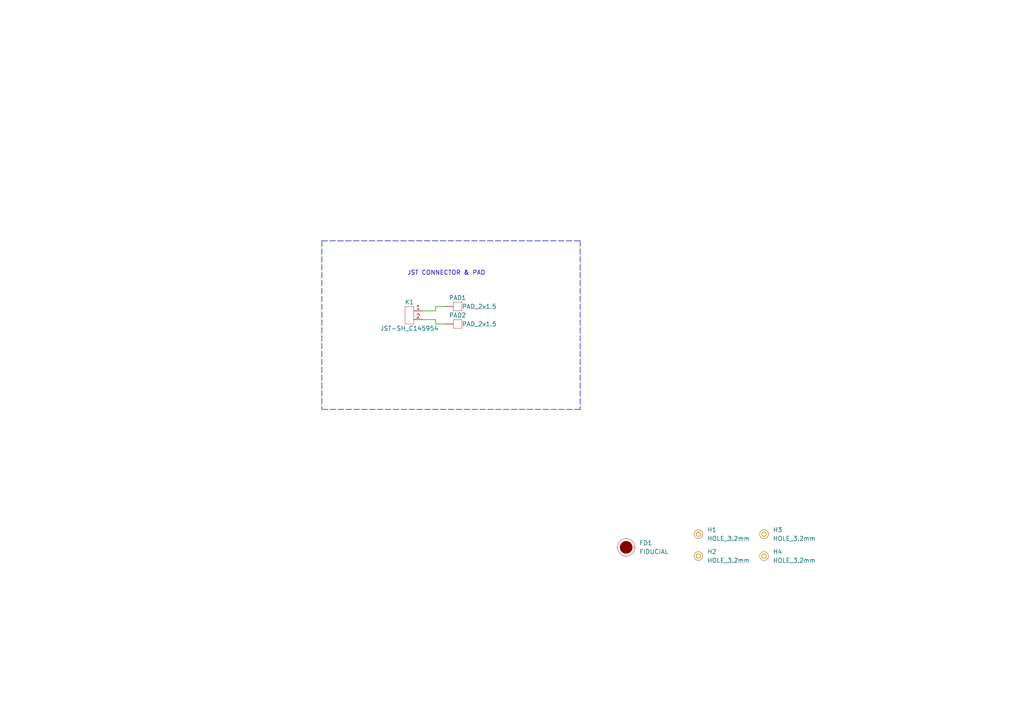
<source format=kicad_sch>
(kicad_sch (version 20210621) (generator eeschema)

  (uuid d150084e-d21a-45c8-be5c-2fe1a8e83068)

  (paper "A4")

  (title_block
    (title "Rain sensor")
    (date "2021-07-05")
    (rev "V1.1.1.")
    (company "SOLDERED")
    (comment 1 "333074")
  )

  (lib_symbols
    (symbol "e-radionica.com schematics:FIDUCIAL" (in_bom yes) (on_board yes)
      (property "Reference" "FD" (id 0) (at 0 3.81 0)
        (effects (font (size 1.27 1.27)))
      )
      (property "Value" "FIDUCIAL" (id 1) (at 0 -3.81 0)
        (effects (font (size 1.27 1.27)))
      )
      (property "Footprint" "e-radionica.com footprinti:FIDUCIAL_23" (id 2) (at 0.254 -5.334 0)
        (effects (font (size 1.27 1.27)) hide)
      )
      (property "Datasheet" "" (id 3) (at 0 0 0)
        (effects (font (size 1.27 1.27)) hide)
      )
      (symbol "FIDUCIAL_0_1"
        (circle (center 0 0) (radius 2.54) (stroke (width 0.0006)) (fill (type none)))
        (circle (center 0 0) (radius 1.7961) (stroke (width 0.001)) (fill (type outline)))
        (polyline
          (pts
            (xy -2.54 0)
            (xy -2.794 0)
          )
          (stroke (width 0.0006)) (fill (type none))
        )
        (polyline
          (pts
            (xy 0 -2.54)
            (xy 0 -2.794)
          )
          (stroke (width 0.0006)) (fill (type none))
        )
        (polyline
          (pts
            (xy 0 2.54)
            (xy 0 2.794)
          )
          (stroke (width 0.0006)) (fill (type none))
        )
        (polyline
          (pts
            (xy 2.54 0)
            (xy 2.794 0)
          )
          (stroke (width 0.0006)) (fill (type none))
        )
      )
    )
    (symbol "e-radionica.com schematics:HOLE_3.2mm" (pin_numbers hide) (pin_names hide) (in_bom yes) (on_board yes)
      (property "Reference" "H" (id 0) (at 0 2.54 0)
        (effects (font (size 1.27 1.27)))
      )
      (property "Value" "HOLE_3.2mm" (id 1) (at 0 -2.54 0)
        (effects (font (size 1.27 1.27)))
      )
      (property "Footprint" "e-radionica.com footprinti:HOLE_3.2mm" (id 2) (at 0 0 0)
        (effects (font (size 1.27 1.27)) hide)
      )
      (property "Datasheet" "" (id 3) (at 0 0 0)
        (effects (font (size 1.27 1.27)) hide)
      )
      (symbol "HOLE_3.2mm_0_1"
        (circle (center 0 0) (radius 0.635) (stroke (width 0.0006)) (fill (type none)))
        (circle (center 0 0) (radius 1.27) (stroke (width 0.001)) (fill (type background)))
      )
    )
    (symbol "e-radionica.com schematics:JST-SH_2pin_1mm_C145954" (in_bom yes) (on_board yes)
      (property "Reference" "K" (id 0) (at 0 5.715 0)
        (effects (font (size 1.27 1.27)))
      )
      (property "Value" "JST-SH_2pin_1mm_C145954" (id 1) (at 0 -3.81 0)
        (effects (font (size 1.27 1.27)))
      )
      (property "Footprint" "e-radionica.com footprinti:JST-SH_2pin_1mm_C145954" (id 2) (at 0 0 0)
        (effects (font (size 1.27 1.27)) hide)
      )
      (property "Datasheet" "" (id 3) (at 0 0 0)
        (effects (font (size 1.27 1.27)) hide)
      )
      (symbol "JST-SH_2pin_1mm_C145954_0_1"
        (rectangle (start 1.27 -2.54) (end -1.27 2.54)
          (stroke (width 0.0006)) (fill (type none))
        )
      )
      (symbol "JST-SH_2pin_1mm_C145954_1_1"
        (pin passive line (at 3.81 1.27 180) (length 2.54)
          (name "" (effects (font (size 1.27 1.27))))
          (number "1" (effects (font (size 1.27 1.27))))
        )
        (pin passive line (at 3.81 -1.27 180) (length 2.54)
          (name "" (effects (font (size 1.27 1.27))))
          (number "2" (effects (font (size 1.27 1.27))))
        )
      )
    )
    (symbol "e-radionica.com schematics:PAD_2x1.5" (pin_numbers hide) (pin_names hide) (in_bom yes) (on_board yes)
      (property "Reference" "PAD" (id 0) (at 0 2.54 0)
        (effects (font (size 1.27 1.27)))
      )
      (property "Value" "PAD_2x1.5" (id 1) (at 0 -2.54 0)
        (effects (font (size 1.27 1.27)))
      )
      (property "Footprint" "e-radionica.com footprinti:PAD_2x1.5" (id 2) (at -1.27 -3.81 0)
        (effects (font (size 1.27 1.27)) hide)
      )
      (property "Datasheet" "" (id 3) (at -1.27 0 0)
        (effects (font (size 1.27 1.27)) hide)
      )
      (symbol "PAD_2x1.5_0_1"
        (rectangle (start -1.27 1.27) (end 1.27 -1.27)
          (stroke (width 0.0006)) (fill (type none))
        )
      )
      (symbol "PAD_2x1.5_1_1"
        (pin passive line (at -3.81 0 0) (length 2.54)
          (name "~" (effects (font (size 1.27 1.27))))
          (number "1" (effects (font (size 1.27 1.27))))
        )
      )
    )
  )


  (wire (pts (xy 122.555 90.17) (xy 126.365 90.17))
    (stroke (width 0) (type solid) (color 0 0 0 0))
    (uuid 03bde74d-468d-441e-81e6-b8e6eaf6c573)
  )
  (wire (pts (xy 126.365 88.9) (xy 128.905 88.9))
    (stroke (width 0) (type solid) (color 0 0 0 0))
    (uuid 03bde74d-468d-441e-81e6-b8e6eaf6c573)
  )
  (wire (pts (xy 126.365 90.17) (xy 126.365 88.9))
    (stroke (width 0) (type solid) (color 0 0 0 0))
    (uuid 03bde74d-468d-441e-81e6-b8e6eaf6c573)
  )
  (wire (pts (xy 126.365 92.71) (xy 122.555 92.71))
    (stroke (width 0) (type solid) (color 0 0 0 0))
    (uuid f7756db5-e310-4a28-930d-88f6a2eaf5d3)
  )
  (wire (pts (xy 126.365 93.98) (xy 126.365 92.71))
    (stroke (width 0) (type solid) (color 0 0 0 0))
    (uuid f7756db5-e310-4a28-930d-88f6a2eaf5d3)
  )
  (wire (pts (xy 128.905 93.98) (xy 126.365 93.98))
    (stroke (width 0) (type solid) (color 0 0 0 0))
    (uuid f7756db5-e310-4a28-930d-88f6a2eaf5d3)
  )
  (polyline (pts (xy 93.345 69.85) (xy 93.345 118.745))
    (stroke (width 0) (type dash) (color 0 0 0 0))
    (uuid d09b3c96-082d-4bdf-875d-f86b1fb60bbc)
  )
  (polyline (pts (xy 93.345 69.85) (xy 168.275 69.85))
    (stroke (width 0) (type dash) (color 0 0 0 0))
    (uuid d09b3c96-082d-4bdf-875d-f86b1fb60bbc)
  )
  (polyline (pts (xy 168.275 69.85) (xy 168.275 118.745))
    (stroke (width 0) (type dash) (color 0 0 0 0))
    (uuid d09b3c96-082d-4bdf-875d-f86b1fb60bbc)
  )
  (polyline (pts (xy 168.275 118.745) (xy 93.345 118.745))
    (stroke (width 0) (type dash) (color 0 0 0 0))
    (uuid d09b3c96-082d-4bdf-875d-f86b1fb60bbc)
  )

  (text "JST CONNECTOR & PAD " (at 118.11 80.01 0)
    (effects (font (size 1.27 1.27)) (justify left bottom))
    (uuid 7e1cf027-3ef7-4950-83eb-893a8bc2222a)
  )

  (symbol (lib_id "e-radionica.com schematics:HOLE_3.2mm") (at 202.565 154.94 0) (unit 1)
    (in_bom yes) (on_board yes)
    (uuid 8fbb88e4-117e-4686-b5fb-328b28d4030a)
    (property "Reference" "H1" (id 0) (at 205.105 153.67 0)
      (effects (font (size 1.27 1.27)) (justify left))
    )
    (property "Value" "HOLE_3.2mm" (id 1) (at 205.105 156.21 0)
      (effects (font (size 1.27 1.27)) (justify left))
    )
    (property "Footprint" "e-radionica.com footprinti:HOLE_3.2mm" (id 2) (at 202.565 154.94 0)
      (effects (font (size 1.27 1.27)) hide)
    )
    (property "Datasheet" "" (id 3) (at 202.565 154.94 0)
      (effects (font (size 1.27 1.27)) hide)
    )
  )

  (symbol (lib_id "e-radionica.com schematics:HOLE_3.2mm") (at 202.565 161.29 0) (unit 1)
    (in_bom yes) (on_board yes)
    (uuid 263c2c51-4097-4dfb-a87f-c960677f4abf)
    (property "Reference" "H2" (id 0) (at 205.105 160.02 0)
      (effects (font (size 1.27 1.27)) (justify left))
    )
    (property "Value" "HOLE_3.2mm" (id 1) (at 205.105 162.56 0)
      (effects (font (size 1.27 1.27)) (justify left))
    )
    (property "Footprint" "e-radionica.com footprinti:HOLE_3.2mm" (id 2) (at 202.565 161.29 0)
      (effects (font (size 1.27 1.27)) hide)
    )
    (property "Datasheet" "" (id 3) (at 202.565 161.29 0)
      (effects (font (size 1.27 1.27)) hide)
    )
  )

  (symbol (lib_id "e-radionica.com schematics:HOLE_3.2mm") (at 221.615 154.94 0) (unit 1)
    (in_bom yes) (on_board yes)
    (uuid 93478715-6c12-45ea-af8d-6da5dd26d730)
    (property "Reference" "H3" (id 0) (at 224.155 153.67 0)
      (effects (font (size 1.27 1.27)) (justify left))
    )
    (property "Value" "HOLE_3.2mm" (id 1) (at 224.155 156.21 0)
      (effects (font (size 1.27 1.27)) (justify left))
    )
    (property "Footprint" "e-radionica.com footprinti:HOLE_3.2mm" (id 2) (at 221.615 154.94 0)
      (effects (font (size 1.27 1.27)) hide)
    )
    (property "Datasheet" "" (id 3) (at 221.615 154.94 0)
      (effects (font (size 1.27 1.27)) hide)
    )
  )

  (symbol (lib_id "e-radionica.com schematics:HOLE_3.2mm") (at 221.615 161.29 0) (unit 1)
    (in_bom yes) (on_board yes)
    (uuid e7434f9c-e3dc-4802-94a1-71330198c3cf)
    (property "Reference" "H4" (id 0) (at 224.155 160.02 0)
      (effects (font (size 1.27 1.27)) (justify left))
    )
    (property "Value" "HOLE_3.2mm" (id 1) (at 224.155 162.56 0)
      (effects (font (size 1.27 1.27)) (justify left))
    )
    (property "Footprint" "e-radionica.com footprinti:HOLE_3.2mm" (id 2) (at 221.615 161.29 0)
      (effects (font (size 1.27 1.27)) hide)
    )
    (property "Datasheet" "" (id 3) (at 221.615 161.29 0)
      (effects (font (size 1.27 1.27)) hide)
    )
  )

  (symbol (lib_id "e-radionica.com schematics:PAD_2x1.5") (at 132.715 88.9 0) (unit 1)
    (in_bom yes) (on_board yes)
    (uuid 54e69382-f687-44cf-9bb7-0950caa1a12b)
    (property "Reference" "PAD1" (id 0) (at 130.175 86.36 0)
      (effects (font (size 1.27 1.27)) (justify left))
    )
    (property "Value" "PAD_2x1.5" (id 1) (at 133.985 88.9 0)
      (effects (font (size 1.27 1.27)) (justify left))
    )
    (property "Footprint" "e-radionica.com footprinti:PAD_2x1.5" (id 2) (at 131.445 92.71 0)
      (effects (font (size 1.27 1.27)) hide)
    )
    (property "Datasheet" "" (id 3) (at 131.445 88.9 0)
      (effects (font (size 1.27 1.27)) hide)
    )
    (pin "1" (uuid 41357185-a5b9-43e3-8c81-ff402e452393))
  )

  (symbol (lib_id "e-radionica.com schematics:PAD_2x1.5") (at 132.715 93.98 0) (unit 1)
    (in_bom yes) (on_board yes)
    (uuid 894ed5c6-cb7d-448f-8cf4-3cfae8b6106a)
    (property "Reference" "PAD2" (id 0) (at 130.175 91.44 0)
      (effects (font (size 1.27 1.27)) (justify left))
    )
    (property "Value" "PAD_2x1.5" (id 1) (at 133.985 93.98 0)
      (effects (font (size 1.27 1.27)) (justify left))
    )
    (property "Footprint" "e-radionica.com footprinti:PAD_2x1.5" (id 2) (at 131.445 97.79 0)
      (effects (font (size 1.27 1.27)) hide)
    )
    (property "Datasheet" "" (id 3) (at 131.445 93.98 0)
      (effects (font (size 1.27 1.27)) hide)
    )
    (pin "1" (uuid ddde413a-f139-46af-8d56-2ae8116a719f))
  )

  (symbol (lib_id "e-radionica.com schematics:JST-SH_2pin_1mm_C145954") (at 118.745 91.44 0) (unit 1)
    (in_bom yes) (on_board yes)
    (uuid 91dc0cef-a509-461f-8029-d9235dfaf0cc)
    (property "Reference" "K1" (id 0) (at 118.745 87.63 0))
    (property "Value" "JST-SH_C145954" (id 1) (at 118.745 95.25 0))
    (property "Footprint" "e-radionica.com footprinti:JST-SH_2pin_1mm_C145954" (id 2) (at 118.745 91.44 0)
      (effects (font (size 1.27 1.27)) hide)
    )
    (property "Datasheet" "" (id 3) (at 118.745 91.44 0)
      (effects (font (size 1.27 1.27)) hide)
    )
    (pin "1" (uuid 6e8c83d3-43fa-4270-bfa6-a7068c0e3e95))
    (pin "2" (uuid 7baf6c19-e73f-4424-86e1-019bf9a09f53))
  )

  (symbol (lib_id "e-radionica.com schematics:FIDUCIAL") (at 181.61 158.75 0) (unit 1)
    (in_bom yes) (on_board yes)
    (uuid 516baa16-8d99-4ab3-b798-eee7effbfd03)
    (property "Reference" "FD1" (id 0) (at 185.42 157.48 0)
      (effects (font (size 1.27 1.27)) (justify left))
    )
    (property "Value" "FIDUCIAL" (id 1) (at 185.42 160.02 0)
      (effects (font (size 1.27 1.27)) (justify left))
    )
    (property "Footprint" "e-radionica.com footprinti:FIDUCIAL_23" (id 2) (at 181.864 164.084 0)
      (effects (font (size 1.27 1.27)) hide)
    )
    (property "Datasheet" "" (id 3) (at 181.61 158.75 0)
      (effects (font (size 1.27 1.27)) hide)
    )
  )

  (sheet_instances
    (path "/" (page "1"))
  )

  (symbol_instances
    (path "/516baa16-8d99-4ab3-b798-eee7effbfd03"
      (reference "FD1") (unit 1) (value "FIDUCIAL") (footprint "e-radionica.com footprinti:FIDUCIAL_23")
    )
    (path "/8fbb88e4-117e-4686-b5fb-328b28d4030a"
      (reference "H1") (unit 1) (value "HOLE_3.2mm") (footprint "e-radionica.com footprinti:HOLE_3.2mm")
    )
    (path "/263c2c51-4097-4dfb-a87f-c960677f4abf"
      (reference "H2") (unit 1) (value "HOLE_3.2mm") (footprint "e-radionica.com footprinti:HOLE_3.2mm")
    )
    (path "/93478715-6c12-45ea-af8d-6da5dd26d730"
      (reference "H3") (unit 1) (value "HOLE_3.2mm") (footprint "e-radionica.com footprinti:HOLE_3.2mm")
    )
    (path "/e7434f9c-e3dc-4802-94a1-71330198c3cf"
      (reference "H4") (unit 1) (value "HOLE_3.2mm") (footprint "e-radionica.com footprinti:HOLE_3.2mm")
    )
    (path "/91dc0cef-a509-461f-8029-d9235dfaf0cc"
      (reference "K1") (unit 1) (value "JST-SH_C145954") (footprint "e-radionica.com footprinti:JST-SH_2pin_1mm_C145954")
    )
    (path "/54e69382-f687-44cf-9bb7-0950caa1a12b"
      (reference "PAD1") (unit 1) (value "PAD_2x1.5") (footprint "e-radionica.com footprinti:PAD_2x1.5")
    )
    (path "/894ed5c6-cb7d-448f-8cf4-3cfae8b6106a"
      (reference "PAD2") (unit 1) (value "PAD_2x1.5") (footprint "e-radionica.com footprinti:PAD_2x1.5")
    )
  )
)

</source>
